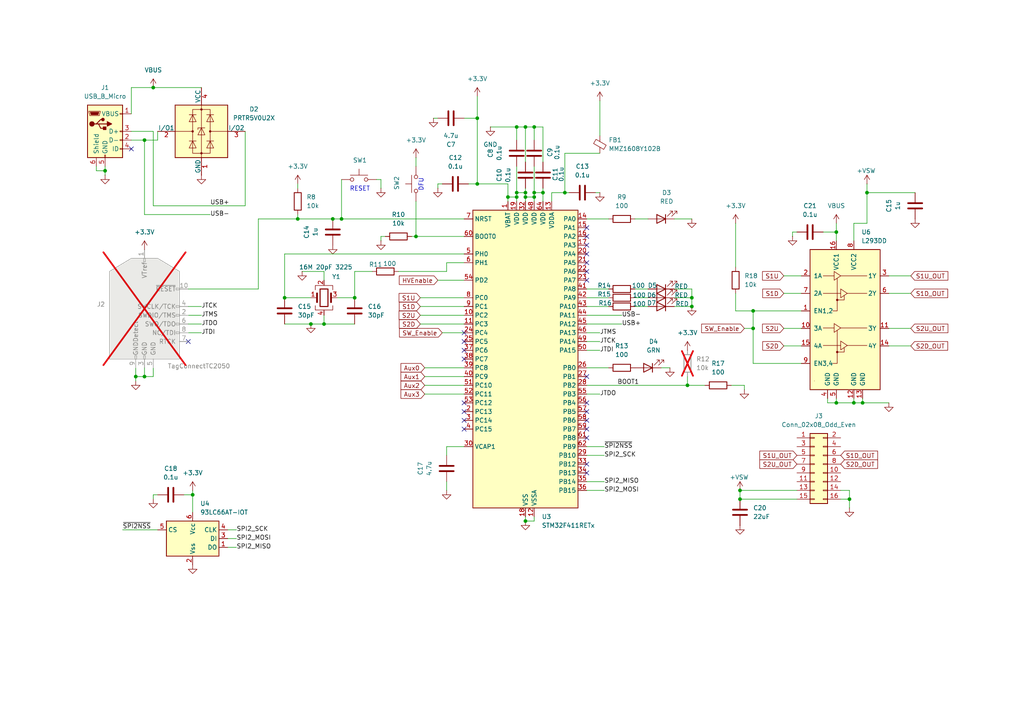
<source format=kicad_sch>
(kicad_sch (version 20231120) (generator "eeschema") (generator_version "8.0")
  (paper "A4")
  (junction (at 149.86 57.15))
  (junction (at 120.65 68.58))
  (junction (at 250.19 116.84))
  (junction (at 214.63 144.78))
  (junction (at 200.66 88.9))
  (junction (at 154.94 57.15))
  (junction (at 44.45 25.4))
  (junction (at 242.57 116.84))
  (junction (at 149.86 36.83))
  (junction (at 41.91 40.64))
  (junction (at 90.17 93.98))
  (junction (at 218.44 90.17))
  (junction (at 55.88 143.51))
  (junction (at 102.87 86.36))
  (junction (at 138.43 53.34))
  (junction (at 157.48 55.88))
  (junction (at 138.43 34.29))
  (junction (at 200.66 86.36))
  (junction (at 246.38 144.78))
  (junction (at 39.37 109.22))
  (junction (at 82.55 86.36))
  (junction (at 147.32 57.15))
  (junction (at 242.57 67.31))
  (junction (at 163.83 55.88))
  (junction (at 86.36 63.5))
  (junction (at 154.94 36.83))
  (junction (at 199.39 111.76))
  (junction (at 99.06 63.5))
  (junction (at 154.94 55.88))
  (junction (at 30.48 49.53))
  (junction (at 96.52 63.5))
  (junction (at 41.91 109.22))
  (junction (at 93.98 93.98))
  (junction (at 152.4 151.13))
  (junction (at 214.63 142.24))
  (junction (at 152.4 55.88))
  (junction (at 218.44 95.25))
  (junction (at 247.65 116.84))
  (junction (at 149.86 55.88))
  (junction (at 251.46 55.88))
  (junction (at 152.4 57.15))
  (junction (at 152.4 36.83))
  (no_connect (at 170.18 78.74))
  (no_connect (at 170.18 68.58))
  (no_connect (at 134.62 96.52))
  (no_connect (at 170.18 81.28))
  (no_connect (at 170.18 66.04))
  (no_connect (at 170.18 121.92))
  (no_connect (at 38.1 43.18))
  (no_connect (at 134.62 121.92))
  (no_connect (at 170.18 71.12))
  (no_connect (at 134.62 124.46))
  (no_connect (at 170.18 109.22))
  (no_connect (at 134.62 99.06))
  (no_connect (at 170.18 127))
  (no_connect (at 170.18 134.62))
  (no_connect (at 54.61 99.06))
  (no_connect (at 170.18 137.16))
  (no_connect (at 170.18 73.66))
  (no_connect (at 170.18 119.38))
  (no_connect (at 170.18 116.84))
  (no_connect (at 134.62 119.38))
  (no_connect (at 134.62 101.6))
  (no_connect (at 134.62 104.14))
  (no_connect (at 134.62 116.84))
  (no_connect (at 170.18 124.46))
  (no_connect (at 170.18 76.2))
  (wire (pts (xy 107.95 78.74) (xy 102.87 78.74)))
  (wire (pts (xy 231.14 142.24) (xy 214.63 142.24)))
  (wire (pts (xy 170.18 132.08) (xy 175.26 132.08)))
  (wire (pts (xy 149.86 40.64) (xy 149.86 36.83)))
  (wire (pts (xy 246.38 142.24) (xy 246.38 144.78)))
  (wire (pts (xy 157.48 55.88) (xy 157.48 58.42)))
  (wire (pts (xy 110.49 52.07) (xy 109.22 52.07)))
  (wire (pts (xy 127 54.61) (xy 127 53.34)))
  (wire (pts (xy 243.84 144.78) (xy 246.38 144.78)))
  (wire (pts (xy 213.36 90.17) (xy 218.44 90.17)))
  (wire (pts (xy 242.57 69.85) (xy 242.57 67.31)))
  (wire (pts (xy 41.91 62.23) (xy 60.96 62.23)))
  (wire (pts (xy 170.18 106.68) (xy 176.53 106.68)))
  (wire (pts (xy 120.65 58.42) (xy 120.65 68.58)))
  (wire (pts (xy 147.32 58.42) (xy 147.32 57.15)))
  (wire (pts (xy 152.4 57.15) (xy 154.94 57.15)))
  (wire (pts (xy 199.39 111.76) (xy 199.39 109.22)))
  (wire (pts (xy 38.1 25.4) (xy 44.45 25.4)))
  (wire (pts (xy 251.46 55.88) (xy 265.43 55.88)))
  (wire (pts (xy 176.53 88.9) (xy 170.18 88.9)))
  (wire (pts (xy 30.48 49.53) (xy 30.48 48.26)))
  (wire (pts (xy 86.36 63.5) (xy 96.52 63.5)))
  (wire (pts (xy 44.45 109.22) (xy 41.91 109.22)))
  (wire (pts (xy 39.37 110.49) (xy 39.37 109.22)))
  (wire (pts (xy 176.53 83.82) (xy 170.18 83.82)))
  (wire (pts (xy 149.86 57.15) (xy 149.86 58.42)))
  (wire (pts (xy 127 53.34) (xy 128.27 53.34)))
  (wire (pts (xy 129.54 142.24) (xy 129.54 139.7)))
  (wire (pts (xy 184.15 63.5) (xy 187.96 63.5)))
  (wire (pts (xy 41.91 106.68) (xy 41.91 109.22)))
  (wire (pts (xy 134.62 73.66) (xy 82.55 73.66)))
  (wire (pts (xy 242.57 115.57) (xy 242.57 116.84)))
  (wire (pts (xy 173.99 96.52) (xy 170.18 96.52)))
  (wire (pts (xy 195.58 86.36) (xy 200.66 86.36)))
  (wire (pts (xy 250.19 115.57) (xy 250.19 116.84)))
  (wire (pts (xy 90.17 93.98) (xy 82.55 93.98)))
  (wire (pts (xy 93.98 93.98) (xy 102.87 93.98)))
  (wire (pts (xy 264.16 95.25) (xy 257.81 95.25)))
  (wire (pts (xy 240.03 116.84) (xy 242.57 116.84)))
  (wire (pts (xy 66.04 153.67) (xy 68.58 153.67)))
  (wire (pts (xy 121.92 93.98) (xy 134.62 93.98)))
  (wire (pts (xy 149.86 55.88) (xy 149.86 57.15)))
  (wire (pts (xy 152.4 57.15) (xy 152.4 58.42)))
  (wire (pts (xy 247.65 64.77) (xy 247.65 69.85)))
  (wire (pts (xy 74.93 63.5) (xy 86.36 63.5)))
  (wire (pts (xy 99.06 52.07) (xy 99.06 63.5)))
  (wire (pts (xy 170.18 111.76) (xy 199.39 111.76)))
  (wire (pts (xy 251.46 64.77) (xy 251.46 55.88)))
  (wire (pts (xy 82.55 86.36) (xy 90.17 86.36)))
  (wire (pts (xy 154.94 57.15) (xy 154.94 58.42)))
  (wire (pts (xy 102.87 78.74) (xy 102.87 86.36)))
  (wire (pts (xy 154.94 151.13) (xy 152.4 151.13)))
  (wire (pts (xy 121.92 86.36) (xy 134.62 86.36)))
  (wire (pts (xy 154.94 55.88) (xy 157.48 55.88)))
  (wire (pts (xy 41.91 109.22) (xy 39.37 109.22)))
  (wire (pts (xy 41.91 40.64) (xy 41.91 62.23)))
  (wire (pts (xy 147.32 53.34) (xy 138.43 53.34)))
  (wire (pts (xy 154.94 48.26) (xy 154.94 55.88)))
  (wire (pts (xy 152.4 36.83) (xy 149.86 36.83)))
  (wire (pts (xy 120.65 68.58) (xy 134.62 68.58)))
  (wire (pts (xy 173.99 99.06) (xy 170.18 99.06)))
  (wire (pts (xy 251.46 55.88) (xy 251.46 53.34)))
  (wire (pts (xy 96.52 63.5) (xy 99.06 63.5)))
  (wire (pts (xy 99.06 63.5) (xy 134.62 63.5)))
  (wire (pts (xy 163.83 44.45) (xy 163.83 55.88)))
  (wire (pts (xy 123.19 111.76) (xy 134.62 111.76)))
  (wire (pts (xy 154.94 55.88) (xy 154.94 57.15)))
  (wire (pts (xy 199.39 111.76) (xy 204.47 111.76)))
  (wire (pts (xy 147.32 57.15) (xy 149.86 57.15)))
  (wire (pts (xy 119.38 68.58) (xy 120.65 68.58)))
  (wire (pts (xy 246.38 144.78) (xy 246.38 147.32)))
  (wire (pts (xy 214.63 142.24) (xy 214.63 144.78)))
  (wire (pts (xy 173.99 114.3) (xy 170.18 114.3)))
  (wire (pts (xy 82.55 73.66) (xy 82.55 86.36)))
  (wire (pts (xy 74.93 83.82) (xy 74.93 63.5)))
  (wire (pts (xy 110.49 68.58) (xy 111.76 68.58)))
  (wire (pts (xy 128.27 96.52) (xy 134.62 96.52)))
  (wire (pts (xy 172.72 55.88) (xy 173.99 55.88)))
  (wire (pts (xy 44.45 38.1) (xy 38.1 38.1)))
  (wire (pts (xy 152.4 54.61) (xy 152.4 55.88)))
  (wire (pts (xy 129.54 129.54) (xy 134.62 129.54)))
  (wire (pts (xy 154.94 40.64) (xy 154.94 36.83)))
  (wire (pts (xy 138.43 27.94) (xy 138.43 34.29)))
  (wire (pts (xy 66.04 158.75) (xy 68.58 158.75)))
  (wire (pts (xy 170.18 63.5) (xy 176.53 63.5)))
  (wire (pts (xy 58.42 96.52) (xy 54.61 96.52)))
  (wire (pts (xy 129.54 78.74) (xy 129.54 76.2)))
  (wire (pts (xy 213.36 77.47) (xy 213.36 64.77)))
  (wire (pts (xy 38.1 33.02) (xy 38.1 25.4)))
  (wire (pts (xy 93.98 78.74) (xy 87.63 78.74)))
  (wire (pts (xy 93.98 91.44) (xy 93.98 93.98)))
  (wire (pts (xy 247.65 64.77) (xy 251.46 64.77)))
  (wire (pts (xy 138.43 34.29) (xy 138.43 53.34)))
  (wire (pts (xy 243.84 142.24) (xy 246.38 142.24)))
  (wire (pts (xy 215.9 113.03) (xy 215.9 111.76)))
  (wire (pts (xy 44.45 59.69) (xy 44.45 38.1)))
  (wire (pts (xy 58.42 88.9) (xy 54.61 88.9)))
  (wire (pts (xy 129.54 132.08) (xy 129.54 129.54)))
  (wire (pts (xy 152.4 149.86) (xy 152.4 151.13)))
  (wire (pts (xy 264.16 85.09) (xy 257.81 85.09)))
  (wire (pts (xy 45.72 40.64) (xy 45.72 38.1)))
  (wire (pts (xy 66.04 156.21) (xy 68.58 156.21)))
  (wire (pts (xy 200.66 83.82) (xy 200.66 86.36)))
  (wire (pts (xy 157.48 46.99) (xy 157.48 36.83)))
  (wire (pts (xy 97.79 86.36) (xy 102.87 86.36)))
  (wire (pts (xy 86.36 62.23) (xy 86.36 63.5)))
  (wire (pts (xy 44.45 106.68) (xy 44.45 109.22)))
  (wire (pts (xy 184.15 86.36) (xy 187.96 86.36)))
  (wire (pts (xy 200.66 86.36) (xy 200.66 88.9)))
  (wire (pts (xy 86.36 53.34) (xy 86.36 54.61)))
  (wire (pts (xy 142.24 36.83) (xy 149.86 36.83)))
  (wire (pts (xy 154.94 36.83) (xy 157.48 36.83)))
  (wire (pts (xy 184.15 88.9) (xy 187.96 88.9)))
  (wire (pts (xy 195.58 88.9) (xy 200.66 88.9)))
  (wire (pts (xy 160.02 55.88) (xy 160.02 58.42)))
  (wire (pts (xy 152.4 55.88) (xy 152.4 57.15)))
  (wire (pts (xy 173.99 29.21) (xy 173.99 39.37)))
  (wire (pts (xy 250.19 116.84) (xy 257.81 116.84)))
  (wire (pts (xy 170.18 142.24) (xy 175.26 142.24)))
  (wire (pts (xy 149.86 55.88) (xy 152.4 55.88)))
  (wire (pts (xy 41.91 40.64) (xy 45.72 40.64)))
  (wire (pts (xy 121.92 88.9) (xy 134.62 88.9)))
  (wire (pts (xy 53.34 143.51) (xy 55.88 143.51)))
  (wire (pts (xy 218.44 90.17) (xy 232.41 90.17)))
  (wire (pts (xy 30.48 50.8) (xy 30.48 49.53)))
  (wire (pts (xy 165.1 55.88) (xy 163.83 55.88)))
  (wire (pts (xy 218.44 95.25) (xy 218.44 90.17)))
  (wire (pts (xy 110.49 54.61) (xy 110.49 52.07)))
  (wire (pts (xy 229.87 67.31) (xy 231.14 67.31)))
  (wire (pts (xy 123.19 114.3) (xy 134.62 114.3)))
  (wire (pts (xy 44.45 144.78) (xy 44.45 143.51)))
  (wire (pts (xy 264.16 100.33) (xy 257.81 100.33)))
  (wire (pts (xy 39.37 109.22) (xy 39.37 106.68)))
  (wire (pts (xy 93.98 93.98) (xy 90.17 93.98)))
  (wire (pts (xy 154.94 149.86) (xy 154.94 151.13)))
  (wire (pts (xy 227.33 80.01) (xy 232.41 80.01)))
  (wire (pts (xy 227.33 85.09) (xy 232.41 85.09)))
  (wire (pts (xy 55.88 142.24) (xy 55.88 143.51)))
  (wire (pts (xy 170.18 129.54) (xy 175.26 129.54)))
  (wire (pts (xy 247.65 116.84) (xy 250.19 116.84)))
  (wire (pts (xy 54.61 83.82) (xy 74.93 83.82)))
  (wire (pts (xy 195.58 63.5) (xy 200.66 63.5)))
  (wire (pts (xy 115.57 78.74) (xy 129.54 78.74)))
  (wire (pts (xy 173.99 101.6) (xy 170.18 101.6)))
  (wire (pts (xy 213.36 85.09) (xy 213.36 90.17)))
  (wire (pts (xy 35.56 153.67) (xy 45.72 153.67)))
  (wire (pts (xy 138.43 53.34) (xy 135.89 53.34)))
  (wire (pts (xy 154.94 36.83) (xy 152.4 36.83)))
  (wire (pts (xy 170.18 91.44) (xy 180.34 91.44)))
  (wire (pts (xy 238.76 67.31) (xy 242.57 67.31)))
  (wire (pts (xy 240.03 115.57) (xy 240.03 116.84)))
  (wire (pts (xy 191.77 106.68) (xy 194.31 106.68)))
  (wire (pts (xy 110.49 69.85) (xy 110.49 68.58)))
  (wire (pts (xy 134.62 34.29) (xy 138.43 34.29)))
  (wire (pts (xy 227.33 95.25) (xy 232.41 95.25)))
  (wire (pts (xy 232.41 105.41) (xy 218.44 105.41)))
  (wire (pts (xy 93.98 81.28) (xy 93.98 78.74)))
  (wire (pts (xy 176.53 86.36) (xy 170.18 86.36)))
  (wire (pts (xy 71.12 38.1) (xy 71.12 59.69)))
  (wire (pts (xy 170.18 93.98) (xy 180.34 93.98)))
  (wire (pts (xy 242.57 67.31) (xy 242.57 64.77)))
  (wire (pts (xy 231.14 144.78) (xy 214.63 144.78)))
  (wire (pts (xy 58.42 91.44) (xy 54.61 91.44)))
  (wire (pts (xy 227.33 100.33) (xy 232.41 100.33)))
  (wire (pts (xy 127 81.28) (xy 134.62 81.28)))
  (wire (pts (xy 55.88 143.51) (xy 55.88 148.59)))
  (wire (pts (xy 215.9 111.76) (xy 212.09 111.76)))
  (wire (pts (xy 195.58 83.82) (xy 200.66 83.82)))
  (wire (pts (xy 149.86 48.26) (xy 149.86 55.88)))
  (wire (pts (xy 247.65 115.57) (xy 247.65 116.84)))
  (wire (pts (xy 152.4 36.83) (xy 152.4 46.99)))
  (wire (pts (xy 27.94 49.53) (xy 27.94 48.26)))
  (wire (pts (xy 157.48 54.61) (xy 157.48 55.88)))
  (wire (pts (xy 44.45 143.51) (xy 45.72 143.51)))
  (wire (pts (xy 264.16 80.01) (xy 257.81 80.01)))
  (wire (pts (xy 215.9 95.25) (xy 218.44 95.25)))
  (wire (pts (xy 121.92 91.44) (xy 134.62 91.44)))
  (wire (pts (xy 127 34.29) (xy 125.73 34.29)))
  (wire (pts (xy 129.54 76.2) (xy 134.62 76.2)))
  (wire (pts (xy 242.57 116.84) (xy 247.65 116.84)))
  (wire (pts (xy 147.32 57.15) (xy 147.32 53.34)))
  (wire (pts (xy 173.99 44.45) (xy 163.83 44.45)))
  (wire (pts (xy 30.48 49.53) (xy 27.94 49.53)))
  (wire (pts (xy 123.19 109.22) (xy 134.62 109.22)))
  (wire (pts (xy 123.19 106.68) (xy 134.62 106.68)))
  (wire (pts (xy 44.45 25.4) (xy 58.42 25.4)))
  (wire (pts (xy 38.1 40.64) (xy 41.91 40.64)))
  (wire (pts (xy 229.87 68.58) (xy 229.87 67.31)))
  (wire (pts (xy 44.45 59.69) (xy 71.12 59.69)))
  (wire (pts (xy 163.83 55.88) (xy 160.02 55.88)))
  (wire (pts (xy 184.15 83.82) (xy 187.96 83.82)))
  (wire (pts (xy 58.42 93.98) (xy 54.61 93.98)))
  (wire (pts (xy 170.18 139.7) (xy 175.26 139.7)))
  (wire (pts (xy 120.65 45.72) (xy 120.65 48.26)))
  (wire (pts (xy 218.44 105.41) (xy 218.44 95.25)))
  (text "RESET" (at 104.394 54.864 0) (effects (font (size 1.27 1.27))))
  (text "DFU" (at 122.174 53.594 90) (effects (font (size 1.27 1.27))))
  (label "SPI2_MOSI" (at 68.58 156.21 0))
  (label "JTMS" (at 58.42 91.44 0))
  (label "SPI2_MISO" (at 68.58 158.75 0))
  (label "~{SPI2NSS}" (at 175.26 129.54 0))
  (label "USB+" (at 180.34 93.98 0))
  (label "JTCK" (at 173.99 99.06 0))
  (label "JTCK" (at 58.42 88.9 0))
  (label "SPI2_SCK" (at 175.26 132.08 0))
  (label "JTDO" (at 173.99 114.3 0))
  (label "JTDI" (at 173.99 101.6 0))
  (label "BOOT1" (at 179.07 111.76 0))
  (label "USB-" (at 180.34 91.44 0))
  (label "JTDO" (at 58.42 93.98 0))
  (label "SPI2_MISO" (at 175.26 139.7 0))
  (label "SPI2_SCK" (at 68.58 153.67 0))
  (label "JTDI" (at 58.42 96.52 0))
  (label "JTMS" (at 173.99 96.52 0))
  (label "SPI2_MOSI" (at 175.26 142.24 0))
  (label "USB-" (at 60.96 62.23 0))
  (label "USB+" (at 60.96 59.69 0))
  (label "~{SPI2NSS}" (at 35.56 153.67 0))
  (global_label "Aux2" (shape input) (at 123.19 111.76 180) (property "Intersheetrefs" "${INTERSHEET_REFS}" (effects (hide yes))))
  (global_label "Aux0" (shape input) (at 123.19 106.68 180) (property "Intersheetrefs" "${INTERSHEET_REFS}" (effects (hide yes))))
  (global_label "S2D" (shape input) (at 121.92 93.98 180) (property "Intersheetrefs" "${INTERSHEET_REFS}" (effects (hide yes))))
  (global_label "S1D_OUT" (shape input) (at 243.84 132.08 0) (property "Intersheetrefs" "${INTERSHEET_REFS}" (effects (hide yes))))
  (global_label "S2D" (shape input) (at 227.33 100.33 180) (property "Intersheetrefs" "${INTERSHEET_REFS}" (effects (hide yes))))
  (global_label "S2U_OUT" (shape input) (at 264.16 95.25 0) (property "Intersheetrefs" "${INTERSHEET_REFS}" (effects (hide yes))))
  (global_label "S1D_OUT" (shape input) (at 264.16 85.09 0) (property "Intersheetrefs" "${INTERSHEET_REFS}" (effects (hide yes))))
  (global_label "S1D" (shape input) (at 227.33 85.09 180) (property "Intersheetrefs" "${INTERSHEET_REFS}" (effects (hide yes))))
  (global_label "SW_Enable" (shape input) (at 215.9 95.25 180) (property "Intersheetrefs" "${INTERSHEET_REFS}" (effects (hide yes))))
  (global_label "S2U" (shape input) (at 227.33 95.25 180) (property "Intersheetrefs" "${INTERSHEET_REFS}" (effects (hide yes))))
  (global_label "Aux3" (shape input) (at 123.19 114.3 180) (property "Intersheetrefs" "${INTERSHEET_REFS}" (effects (hide yes))))
  (global_label "S2U" (shape input) (at 121.92 91.44 180) (property "Intersheetrefs" "${INTERSHEET_REFS}" (effects (hide yes))))
  (global_label "HVEnable" (shape input) (at 127 81.28 180) (property "Intersheetrefs" "${INTERSHEET_REFS}" (effects (hide yes))))
  (global_label "S2D_OUT" (shape input) (at 264.16 100.33 0) (property "Intersheetrefs" "${INTERSHEET_REFS}" (effects (hide yes))))
  (global_label "SW_Enable" (shape input) (at 128.27 96.52 180) (property "Intersheetrefs" "${INTERSHEET_REFS}" (effects (hide yes))))
  (global_label "S2D_OUT" (shape input) (at 243.84 134.62 0) (property "Intersheetrefs" "${INTERSHEET_REFS}" (effects (hide yes))))
  (global_label "S2U_OUT" (shape input) (at 231.14 134.62 180) (property "Intersheetrefs" "${INTERSHEET_REFS}" (effects (hide yes))))
  (global_label "Aux1" (shape input) (at 123.19 109.22 180) (property "Intersheetrefs" "${INTERSHEET_REFS}" (effects (hide yes))))
  (global_label "S1U_OUT" (shape input) (at 264.16 80.01 0) (property "Intersheetrefs" "${INTERSHEET_REFS}" (effects (hide yes))))
  (global_label "S1U" (shape input) (at 227.33 80.01 180) (property "Intersheetrefs" "${INTERSHEET_REFS}" (effects (hide yes))))
  (global_label "S1D" (shape input) (at 121.92 88.9 180) (property "Intersheetrefs" "${INTERSHEET_REFS}" (effects (hide yes))))
  (global_label "S1U" (shape input) (at 121.92 86.36 180) (property "Intersheetrefs" "${INTERSHEET_REFS}" (effects (hide yes))))
  (global_label "S1U_OUT" (shape input) (at 231.14 132.08 180) (property "Intersheetrefs" "${INTERSHEET_REFS}" (effects (hide yes))))
  (symbol (lib_id "Device:R") (at 180.34 106.68 90) (unit 1)
    (property "Reference" "R13" (at 180.34 100.33 90))
    (property "Value" "100" (at 180.34 102.87 90))
    (property "Footprint" "Resistor_SMD:R_0402_1005Metric_Pad0.72x0.64mm_HandSolder" (effects (hide yes)))
    (property "Description" "Resistor" (effects (hide yes)))
    (property "LCSC" "C25076" (effects (hide yes)))
    (instances (project "USB_8769M" (path "" (reference "R13") (unit 1))) (project "USB_SPDTK" (path "" (reference "R16") (unit 1))))
  )
  (symbol (lib_id "power:GND") (at 90.17 93.98 0) (unit 1)
    (property "Reference" "#PWR030" (effects (hide yes)))
    (property "Value" "GND" (effects (hide yes)))
    (property "Description" "Power symbol creates a global label with name \"GND\" , ground" (effects (hide yes)))
    (instances (project "USB_8769M" (path "" (reference "#PWR030") (unit 1))) (project "USB_SPDTK" (path "" (reference "#PWR035") (unit 1))))
  )
  (symbol (lib_id "Device:C") (at 132.08 53.34 90) (unit 1)
    (property "Reference" "C12" (at 132.08 45.72 90))
    (property "Value" "0.1u" (at 132.08 48.26 90))
    (property "Footprint" "Capacitor_SMD:C_0402_1005Metric_Pad0.74x0.62mm_HandSolder" (effects (hide yes)))
    (property "Description" "Unpolarized capacitor" (effects (hide yes)))
    (property "LCSC" "C5142567" (effects (hide yes)))
  )
  (symbol (lib_id "Device:C") (at 149.86 44.45 180) (unit 1)
    (property "Reference" "C8" (at 142.24 44.45 90))
    (property "Value" "0.1u" (at 144.78 44.45 90))
    (property "Footprint" "Capacitor_SMD:C_0402_1005Metric_Pad0.74x0.62mm_HandSolder" (effects (hide yes)))
    (property "Description" "Unpolarized capacitor" (effects (hide yes)))
    (property "LCSC" "C5142567" (effects (hide yes)))
  )
  (symbol (lib_id "Device:R") (at 180.34 86.36 90) (unit 1)
    (property "Reference" "R15" (at 175.26 85.344 90))
    (property "Value" "100" (at 185.42 85.598 90))
    (property "Footprint" "Resistor_SMD:R_0402_1005Metric_Pad0.72x0.64mm_HandSolder" (effects (hide yes)))
    (property "Description" "Resistor" (effects (hide yes)))
    (property "LCSC" "C25076" (effects (hide yes)))
    (instances (project "USB_8769M" (path "" (reference "R15") (unit 1))) (project "USB_SPDTK" (path "" (reference "R13") (unit 1))))
  )
  (symbol (lib_id "Device:R") (at 86.36 58.42 0) (unit 1)
    (property "Reference" "R8" (at 88.9 57.1499 0) (effects (justify left)))
    (property "Value" "10k" (at 88.9 59.6899 0) (effects (justify left)))
    (property "Footprint" "Resistor_SMD:R_0402_1005Metric_Pad0.72x0.64mm_HandSolder" (effects (hide yes)))
    (property "Description" "Resistor" (effects (hide yes)))
    (property "LCSC" "C25744" (effects (hide yes)))
  )
  (symbol (lib_id "power:+3.3V") (at 199.39 101.6 0) (unit 1)
    (property "Reference" "#PWR031" (effects (hide yes)))
    (property "Value" "+3.3V" (at 199.39 96.52 0))
    (property "Description" "Power symbol creates a global label with name \"+3.3V\"" (effects (hide yes)))
    (instances (project "USB_8769M" (path "" (reference "#PWR031") (unit 1))) (project "USB_SPDTK" (path "" (reference "#PWR036") (unit 1))))
  )
  (symbol (lib_id "Switch:SW_Push") (at 120.65 53.34 90) (unit 1)
    (property "Reference" "SW2" (at 115.062 53.086 0))
    (property "Value" "SW_Push" (effects (hide yes)))
    (property "Footprint" "Button_Switch_SMD:SW_Tactile_SPST_NO_Straight_CK_PTS636Sx25SMTRLFS" (effects (hide yes)))
    (property "Description" "Push button switch, generic, two pins" (effects (hide yes)))
    (property "LCSC" "C118141" (effects (hide yes)))
  )
  (symbol (lib_id "Device:C") (at 157.48 50.8 180) (unit 1)
    (property "Reference" "C11" (at 161.036 50.546 90))
    (property "Value" "0.1u" (at 162.814 50.546 90))
    (property "Footprint" "Capacitor_SMD:C_0402_1005Metric_Pad0.74x0.62mm_HandSolder" (effects (hide yes)))
    (property "Description" "Unpolarized capacitor" (effects (hide yes)))
    (property "LCSC" "C5142567" (effects (hide yes)))
  )
  (symbol (lib_id "Connector:USB_B_Micro") (at 30.48 38.1 0) (unit 1)
    (property "Reference" "J1" (at 30.48 25.4 0))
    (property "Value" "USB_B_Micro" (at 30.48 27.94 0))
    (property "Footprint" "Connector_USB:USB_Micro-B_Amphenol_10118193-0001LF_Horizontal" (effects (hide yes)))
    (property "Description" "USB Micro Type B connector" (effects (hide yes)))
    (property "LCSC" "C132562" (effects (hide yes)))
  )
  (symbol (lib_id "power:GND") (at 129.54 142.24 0) (unit 1)
    (property "Reference" "#PWR035" (effects (hide yes)))
    (property "Value" "GND" (effects (hide yes)))
    (property "Description" "Power symbol creates a global label with name \"GND\" , ground" (effects (hide yes)))
    (instances (project "USB_8769M" (path "" (reference "#PWR035") (unit 1))) (project "USB_SPDTK" (path "" (reference "#PWR041") (unit 1))))
  )
  (symbol (lib_id "power:GND") (at 194.31 106.68 0) (unit 1)
    (property "Reference" "#PWR032" (effects (hide yes)))
    (property "Value" "GND" (effects (hide yes)))
    (property "Description" "Power symbol creates a global label with name \"GND\" , ground" (effects (hide yes)))
    (instances (project "USB_8769M" (path "" (reference "#PWR032") (unit 1))) (project "USB_SPDTK" (path "" (reference "#PWR037") (unit 1))))
  )
  (symbol (lib_id "power:GND") (at 58.42 50.8 0) (unit 1)
    (property "Reference" "#PWR019" (effects (hide yes)))
    (property "Value" "GND" (effects (hide yes)))
    (property "Description" "Power symbol creates a global label with name \"GND\" , ground" (effects (hide yes)))
    (instances (project "USB_8769M" (path "" (reference "#PWR019") (unit 1))) (project "USB_SPDTK" (path "" (reference "#PWR022") (unit 1))))
  )
  (symbol (lib_id "Device:R") (at 180.34 63.5 90) (unit 1)
    (property "Reference" "R9" (at 180.34 57.15 90))
    (property "Value" "100" (at 180.34 59.69 90))
    (property "Footprint" "Resistor_SMD:R_0402_1005Metric_Pad0.72x0.64mm_HandSolder" (effects (hide yes)))
    (property "Description" "Resistor" (effects (hide yes)))
    (property "LCSC" "C25076" (effects (hide yes)))
  )
  (symbol (lib_id "Device:C") (at 129.54 135.89 180) (unit 1)
    (property "Reference" "C17" (at 121.92 135.89 90))
    (property "Value" "4.7u" (at 124.46 135.89 90))
    (property "Footprint" "Capacitor_SMD:C_0402_1005Metric_Pad0.74x0.62mm_HandSolder" (effects (hide yes)))
    (property "Description" "Unpolarized capacitor" (effects (hide yes)))
    (property "LCSC" "C106859" (effects (hide yes)))
    (instances (project "USB_8769M" (path "" (reference "C17") (unit 1))) (project "USB_SPDTK" (path "" (reference "C18") (unit 1))))
  )
  (symbol (lib_id "power:+3.3V") (at 213.36 64.77 0) (unit 1)
    (property "Reference" "#PWR050" (effects (hide yes)))
    (property "Value" "+3.3V" (at 213.36 59.69 0))
    (property "Description" "Power symbol creates a global label with name \"+3.3V\"" (effects (hide yes)))
  )
  (symbol (lib_id "power:GND") (at 30.48 50.8 0) (unit 1)
    (property "Reference" "#PWR018" (effects (hide yes)))
    (property "Value" "GND" (effects (hide yes)))
    (property "Description" "Power symbol creates a global label with name \"GND\" , ground" (effects (hide yes)))
    (instances (project "USB_8769M" (path "" (reference "#PWR018") (unit 1))) (project "USB_SPDTK" (path "" (reference "#PWR021") (unit 1))))
  )
  (symbol (lib_id "power:VBUS") (at 242.57 64.77 0) (unit 1)
    (property "Reference" "#PWR051" (effects (hide yes)))
    (property "Value" "VBUS" (at 242.57 59.69 0))
    (property "Description" "Power symbol creates a global label with name \"VBUS\"" (effects (hide yes)))
  )
  (symbol (lib_id "power:GND") (at 200.66 88.9 0) (unit 1)
    (property "Reference" "#PWR051" (effects (hide yes)))
    (property "Value" "GND" (effects (hide yes)))
    (property "Description" "Power symbol creates a global label with name \"GND\" , ground" (effects (hide yes)))
    (instances (project "USB_8769M" (path "" (reference "#PWR051") (unit 1))) (project "USB_SPDTK" (path "" (reference "#PWR034") (unit 1))))
  )
  (symbol (lib_id "power:+3.3V") (at 173.99 29.21 0) (unit 1)
    (property "Reference" "#PWR016" (effects (hide yes)))
    (property "Value" "+3.3V" (at 173.99 24.13 0))
    (property "Description" "Power symbol creates a global label with name \"+3.3V\"" (effects (hide yes)))
    (instances (project "USB_8769M" (path "" (reference "#PWR016") (unit 1))) (project "USB_SPDTK" (path "" (reference "#PWR017") (unit 1))))
  )
  (symbol (lib_id "power:GND") (at 127 54.61 0) (unit 1)
    (property "Reference" "#PWR022" (effects (hide yes)))
    (property "Value" "GND" (effects (hide yes)))
    (property "Description" "Power symbol creates a global label with name \"GND\" , ground" (effects (hide yes)))
    (instances (project "USB_8769M" (path "" (reference "#PWR022") (unit 1))) (project "USB_SPDTK" (path "" (reference "#PWR025") (unit 1))))
  )
  (symbol (lib_id "power:+3.3V") (at 41.91 72.39 0) (unit 1)
    (property "Reference" "#PWR028" (effects (hide yes)))
    (property "Value" "+3.3V" (at 41.91 67.31 0))
    (property "Description" "Power symbol creates a global label with name \"+3.3V\"" (effects (hide yes)))
    (instances (project "USB_8769M" (path "" (reference "#PWR028") (unit 1))) (project "USB_SPDTK" (path "" (reference "#PWR030") (unit 1))))
  )
  (symbol (lib_id "power:GND") (at 200.66 63.5 0) (unit 1)
    (property "Reference" "#PWR025" (effects (hide yes)))
    (property "Value" "GND" (effects (hide yes)))
    (property "Description" "Power symbol creates a global label with name \"GND\" , ground" (effects (hide yes)))
    (instances (project "USB_8769M" (path "" (reference "#PWR025") (unit 1))) (project "USB_SPDTK" (path "" (reference "#PWR027") (unit 1))))
  )
  (symbol (lib_id "power:+3.3V") (at 55.88 142.24 0) (unit 1)
    (property "Reference" "#PWR034" (effects (hide yes)))
    (property "Value" "+3.3V" (at 55.88 137.16 0))
    (property "Description" "Power symbol creates a global label with name \"+3.3V\"" (effects (hide yes)))
    (instances (project "USB_8769M" (path "" (reference "#PWR034") (unit 1))) (project "USB_SPDTK" (path "" (reference "#PWR040") (unit 1))))
  )
  (symbol (lib_id "power:GND") (at 96.52 71.12 0) (unit 1)
    (property "Reference" "#PWR027" (effects (hide yes)))
    (property "Value" "GND" (effects (hide yes)))
    (property "Description" "Power symbol creates a global label with name \"GND\" , ground" (effects (hide yes)))
    (instances (project "USB_8769M" (path "" (reference "#PWR027") (unit 1))) (project "USB_SPDTK" (path "" (reference "#PWR029") (unit 1))))
  )
  (symbol (lib_id "Device:C") (at 96.52 67.31 180) (unit 1)
    (property "Reference" "C14" (at 88.9 67.31 90))
    (property "Value" "1u" (at 91.44 67.31 90))
    (property "Footprint" "Capacitor_SMD:C_0603_1608Metric_Pad1.08x0.95mm_HandSolder" (effects (hide yes)))
    (property "Description" "Unpolarized capacitor" (effects (hide yes)))
    (property "LCSC" "C15849" (effects (hide yes)))
  )
  (symbol (lib_id "power:GND") (at 257.81 116.84 0) (unit 1)
    (property "Reference" "#PWR049" (effects (hide yes)))
    (property "Value" "GND" (effects (hide yes)))
    (property "Description" "Power symbol creates a global label with name \"GND\" , ground" (effects (hide yes)))
  )
  (symbol (lib_id "Device:R") (at 180.34 83.82 90) (unit 1)
    (property "Reference" "R14" (at 175.26 82.804 90))
    (property "Value" "100" (at 185.166 82.804 90))
    (property "Footprint" "Resistor_SMD:R_0402_1005Metric_Pad0.72x0.64mm_HandSolder" (effects (hide yes)))
    (property "Description" "Resistor" (effects (hide yes)))
    (property "LCSC" "C25076" (effects (hide yes)))
    (instances (project "USB_8769M" (path "" (reference "R14") (unit 1))) (project "USB_SPDTK" (path "" (reference "R12") (unit 1))))
  )
  (symbol (lib_id "power:+VSW") (at 251.46 53.34 0) (unit 1)
    (property "Reference" "#PWR031" (effects (hide yes)))
    (property "Value" "+VSW" (at 251.206 49.53 0))
    (property "Description" "Power symbol creates a global label with name \"+VSW\"" (effects (hide yes)))
  )
  (symbol (lib_id "power:GND") (at 110.49 54.61 0) (unit 1)
    (property "Reference" "#PWR021" (effects (hide yes)))
    (property "Value" "GND" (effects (hide yes)))
    (property "Description" "Power symbol creates a global label with name \"GND\" , ground" (effects (hide yes)))
    (instances (project "USB_8769M" (path "" (reference "#PWR021") (unit 1))) (project "USB_SPDTK" (path "" (reference "#PWR024") (unit 1))))
  )
  (symbol (lib_id "power:GND") (at 215.9 113.03 0) (unit 1)
    (property "Reference" "#PWR048" (effects (hide yes)))
    (property "Value" "GND" (effects (hide yes)))
    (property "Description" "Power symbol creates a global label with name \"GND\" , ground" (effects (hide yes)))
  )
  (symbol (lib_id "Device:LED") (at 191.77 86.36 180) (unit 1)
    (property "Reference" "D6" (at 188.976 85.598 0))
    (property "Value" "RED" (at 197.612 85.598 0))
    (property "Footprint" "LED_SMD:LED_0603_1608Metric_Pad1.05x0.95mm_HandSolder" (effects (hide yes)))
    (property "Description" "Light emitting diode" (effects (hide yes)))
    (property "LCSC" "C84263" (effects (hide yes)))
    (instances (project "USB_8769M" (path "" (reference "D6") (unit 1))) (project "USB_SPDTK" (path "" (reference "D5") (unit 1))))
  )
  (symbol (lib_id "Device:FerriteBead_Small") (at 173.99 41.91 0) (unit 1)
    (property "Reference" "FB1" (at 176.53 40.6018 0) (effects (justify left)))
    (property "Value" "MMZ1608Y102B" (at 176.53 43.1418 0) (effects (justify left)))
    (property "Footprint" "Capacitor_SMD:C_0603_1608Metric_Pad1.08x0.95mm_HandSolder" (effects (hide yes)))
    (property "Description" "Ferrite bead, small symbol" (effects (hide yes)))
    (property "LCSC" "C114771" (effects (hide yes)))
  )
  (symbol (lib_id "Device:LED") (at 187.96 106.68 180) (unit 1)
    (property "Reference" "D4" (at 189.5475 99.06 0))
    (property "Value" "GRN" (at 189.5475 101.6 0))
    (property "Footprint" "LED_SMD:LED_0603_1608Metric_Pad1.05x0.95mm_HandSolder" (effects (hide yes)))
    (property "Description" "Light emitting diode" (effects (hide yes)))
    (property "LCSC" "C434423" (effects (hide yes)))
    (instances (project "USB_8769M" (path "" (reference "D4") (unit 1))) (project "USB_SPDTK" (path "" (reference "D7") (unit 1))))
  )
  (symbol (lib_id "power:GND") (at 173.99 55.88 0) (unit 1)
    (property "Reference" "#PWR024" (effects (hide yes)))
    (property "Value" "GND" (effects (hide yes)))
    (property "Description" "Power symbol creates a global label with name \"GND\" , ground" (effects (hide yes)))
    (instances (project "USB_8769M" (path "" (reference "#PWR024") (unit 1))) (project "USB_SPDTK" (path "" (reference "#PWR026") (unit 1))))
  )
  (symbol (lib_id "power:GND") (at 142.24 36.83 0) (unit 1)
    (property "Reference" "#PWR014" (effects (hide yes)))
    (property "Value" "GND" (at 142.24 41.91 0))
    (property "Description" "Power symbol creates a global label with name \"GND\" , ground" (effects (hide yes)))
    (instances (project "USB_8769M" (path "" (reference "#PWR014") (unit 1))) (project "USB_SPDTK" (path "" (reference "#PWR019") (unit 1))))
  )
  (symbol (lib_id "Driver_Motor:L293D") (at 245.11 95.25 0) (unit 1)
    (property "Reference" "U6" (at 249.8441 67.31 0) (effects (justify left)))
    (property "Value" "L293DD" (at 249.8441 69.85 0) (effects (justify left)))
    (property "Footprint" "Package_SO:SO-20_12.8x7.5mm_P1.27mm" (effects (hide yes)))
    (property "Datasheet" "http://www.ti.com/lit/ds/symlink/l293.pdf" (effects (hide yes)))
    (property "Description" "Quadruple Half-H Drivers" (effects (hide yes)))
    (property "LCSC" "C21610" (effects (hide yes)))
  )
  (symbol (lib_id "Device:R") (at 115.57 68.58 90) (unit 1)
    (property "Reference" "R10" (at 115.57 62.23 90))
    (property "Value" "10k" (at 115.57 64.77 90))
    (property "Footprint" "Resistor_SMD:R_0402_1005Metric_Pad0.72x0.64mm_HandSolder" (effects (hide yes)))
    (property "Description" "Resistor" (effects (hide yes)))
    (property "LCSC" "C25744" (effects (hide yes)))
  )
  (symbol (lib_id "Device:R") (at 111.76 78.74 90) (unit 1)
    (property "Reference" "R11" (at 108.966 76.708 90))
    (property "Value" "100" (at 113.03 76.454 90))
    (property "Footprint" "Resistor_SMD:R_0402_1005Metric_Pad0.72x0.64mm_HandSolder" (effects (hide yes)))
    (property "Description" "Resistor" (effects (hide yes)))
    (property "LCSC" "C25076" (effects (hide yes)))
  )
  (symbol (lib_id "Device:C") (at 49.53 143.51 90) (unit 1)
    (property "Reference" "C18" (at 49.53 135.89 90))
    (property "Value" "0.1u" (at 49.53 138.43 90))
    (property "Footprint" "Capacitor_SMD:C_0402_1005Metric_Pad0.74x0.62mm_HandSolder" (effects (hide yes)))
    (property "Description" "Unpolarized capacitor" (effects (hide yes)))
    (property "LCSC" "C5142567" (effects (hide yes)))
    (instances (project "USB_8769M" (path "" (reference "C18") (unit 1))) (project "USB_SPDTK" (path "" (reference "C19") (unit 1))))
  )
  (symbol (lib_id "Device:LED") (at 191.77 83.82 180) (unit 1)
    (property "Reference" "D5" (at 189.23 82.804 0))
    (property "Value" "RED" (at 197.612 83.058 0))
    (property "Footprint" "LED_SMD:LED_0603_1608Metric_Pad1.05x0.95mm_HandSolder" (effects (hide yes)))
    (property "Description" "Light emitting diode" (effects (hide yes)))
    (property "LCSC" "C84263" (effects (hide yes)))
    (instances (project "USB_8769M" (path "" (reference "D5") (unit 1))) (project "USB_SPDTK" (path "" (reference "D4") (unit 1))))
  )
  (symbol (lib_id "Device:C") (at 154.94 44.45 0) (mirror y) (unit 1)
    (property "Reference" "C9" (at 159.512 44.196 90))
    (property "Value" "0.1u" (at 161.544 44.196 90))
    (property "Footprint" "Capacitor_SMD:C_0402_1005Metric_Pad0.74x0.62mm_HandSolder" (effects (hide yes)))
    (property "Description" "Unpolarized capacitor" (effects (hide yes)))
    (property "LCSC" "C5142567" (effects (hide yes)))
  )
  (symbol (lib_id "power:GND") (at 265.43 63.5 0) (unit 1)
    (property "Reference" "#PWR033" (effects (hide yes)))
    (property "Value" "GND" (effects (hide yes)))
    (property "Description" "Power symbol creates a global label with name \"GND\" , ground" (effects (hide yes)))
  )
  (symbol (lib_id "Device:LED") (at 191.77 88.9 180) (unit 1)
    (property "Reference" "D7" (at 188.976 87.884 0))
    (property "Value" "RED" (at 197.866 88.138 0))
    (property "Footprint" "LED_SMD:LED_0603_1608Metric_Pad1.05x0.95mm_HandSolder" (effects (hide yes)))
    (property "Description" "Light emitting diode" (effects (hide yes)))
    (property "LCSC" "C84263" (effects (hide yes)))
    (instances (project "USB_8769M" (path "" (reference "D7") (unit 1))) (project "USB_SPDTK" (path "" (reference "D6") (unit 1))))
  )
  (symbol (lib_id "power:+3.3V") (at 138.43 27.94 0) (unit 1)
    (property "Reference" "#PWR020" (effects (hide yes)))
    (property "Value" "+3.3V" (at 138.43 22.86 0))
    (property "Description" "Power symbol creates a global label with name \"+3.3V\"" (effects (hide yes)))
    (instances (project "USB_8769M" (path "" (reference "#PWR020") (unit 1))) (project "USB_SPDTK" (path "" (reference "#PWR016") (unit 1))))
  )
  (symbol (lib_id "power:+3.3V") (at 86.36 53.34 0) (unit 1)
    (property "Reference" "#PWR023" (effects (hide yes)))
    (property "Value" "+3.3V" (at 86.36 48.26 0))
    (property "Description" "Power symbol creates a global label with name \"+3.3V\"" (effects (hide yes)))
  )
  (symbol (lib_id "Memory_EEPROM:93AAxxAT-xOT") (at 55.88 156.21 0) (unit 1)
    (property "Reference" "U4" (at 58.0741 146.05 0) (effects (justify left)))
    (property "Value" "93LC66AT-IOT" (at 58.0741 148.59 0) (effects (justify left)))
    (property "Footprint" "Package_TO_SOT_SMD:SOT-23-6" (effects (hide yes)))
    (property "Datasheet" "http://ww1.microchip.com/downloads/en/DeviceDoc/20001749K.pdf" (effects (hide yes)))
    (property "Description" "Serial EEPROM, 93 Series, 8-bit word, 4kbit 1.8V, SOT-23-6" (effects (hide yes)))
    (property "LCSC" "C511344" (effects (hide yes)))
    (instances (project "USB_8769M" (path "" (reference "U4") (unit 1))) (project "USB_SPDTK" (path "" (reference "U5") (unit 1))))
  )
  (symbol (lib_id "Device:C") (at 168.91 55.88 90) (unit 1)
    (property "Reference" "C13" (at 168.91 48.26 90))
    (property "Value" "0.1u" (at 168.91 50.8 90))
    (property "Footprint" "Capacitor_SMD:C_0402_1005Metric_Pad0.74x0.62mm_HandSolder" (effects (hide yes)))
    (property "Description" "Unpolarized capacitor" (effects (hide yes)))
    (property "LCSC" "C5142567" (effects (hide yes)))
  )
  (symbol (lib_id "power:GND") (at 39.37 110.49 0) (unit 1)
    (property "Reference" "#PWR033" (effects (hide yes)))
    (property "Value" "GND" (effects (hide yes)))
    (property "Description" "Power symbol creates a global label with name \"GND\" , ground" (effects (hide yes)))
    (instances (project "USB_8769M" (path "" (reference "#PWR033") (unit 1))) (project "USB_SPDTK" (path "" (reference "#PWR038") (unit 1))))
  )
  (symbol (lib_id "power:GND") (at 214.63 152.4 0) (unit 1)
    (property "Reference" "#PWR046" (effects (hide yes)))
    (property "Value" "GND" (effects (hide yes)))
    (property "Description" "Power symbol creates a global label with name \"GND\" , ground" (effects (hide yes)))
  )
  (symbol (lib_id "power:+3.3V") (at 120.65 45.72 0) (unit 1)
    (property "Reference" "#PWR017" (effects (hide yes)))
    (property "Value" "+3.3V" (at 120.65 40.64 0))
    (property "Description" "Power symbol creates a global label with name \"+3.3V\"" (effects (hide yes)))
    (instances (project "USB_8769M" (path "" (reference "#PWR017") (unit 1))) (project "USB_SPDTK" (path "" (reference "#PWR020") (unit 1))))
  )
  (symbol (lib_id "power:VBUS") (at 44.45 25.4 0) (unit 1)
    (property "Reference" "#PWR013" (effects (hide yes)))
    (property "Value" "VBUS" (at 44.45 20.32 0))
    (property "Description" "Power symbol creates a global label with name \"VBUS\"" (effects (hide yes)))
    (instances (project "USB_8769M" (path "" (reference "#PWR013") (unit 1))) (project "USB_SPDTK" (path "" (reference "#PWR015") (unit 1))))
  )
  (symbol (lib_id "power:GND") (at 236.22 110.49 0) (unit 1)
    (property "Reference" "#PWR039" (effects (hide yes)))
    (property "Value" "GND" (effects (hide yes)))
    (property "Description" "Power symbol creates a global label with name \"GND\" , ground" (effects (hide yes)))
  )
  (symbol (lib_id "power:GND") (at 87.63 78.74 0) (unit 1)
    (property "Reference" "#PWR029" (effects (hide yes)))
    (property "Value" "GND" (effects (hide yes)))
    (property "Description" "Power symbol creates a global label with name \"GND\" , ground" (effects (hide yes)))
    (instances (project "USB_8769M" (path "" (reference "#PWR029") (unit 1))) (project "USB_SPDTK" (path "" (reference "#PWR032") (unit 1))))
  )
  (symbol (lib_id "Device:C") (at 102.87 90.17 0) (unit 1)
    (property "Reference" "C16" (at 106.68 88.8999 0) (effects (justify left)))
    (property "Value" "30pF" (at 106.68 91.4399 0) (effects (justify left)))
    (property "Footprint" "Capacitor_SMD:C_0402_1005Metric_Pad0.74x0.62mm_HandSolder" (effects (hide yes)))
    (property "Description" "Unpolarized capacitor" (effects (hide yes)))
    (property "LCSC" "C1658" (effects (hide yes)))
    (instances (project "USB_8769M" (path "" (reference "C16") (unit 1))) (project "USB_SPDTK" (path "" (reference "C17") (unit 1))))
  )
  (symbol (lib_id "power:GND") (at 152.4 151.13 0) (unit 1)
    (property "Reference" "#PWR037" (effects (hide yes)))
    (property "Value" "GND" (effects (hide yes)))
    (property "Description" "Power symbol creates a global label with name \"GND\" , ground" (effects (hide yes)))
    (instances (project "USB_8769M" (path "" (reference "#PWR037") (unit 1))) (project "USB_SPDTK" (path "" (reference "#PWR045") (unit 1))))
  )
  (symbol (lib_id "power:GND") (at 44.45 144.78 0) (unit 1)
    (property "Reference" "#PWR036" (effects (hide yes)))
    (property "Value" "GND" (effects (hide yes)))
    (property "Description" "Power symbol creates a global label with name \"GND\" , ground" (effects (hide yes)))
    (instances (project "USB_8769M" (path "" (reference "#PWR036") (unit 1))) (project "USB_SPDTK" (path "" (reference "#PWR043") (unit 1))))
  )
  (symbol (lib_id "Device:C") (at 130.81 34.29 270) (unit 1)
    (property "Reference" "C7" (at 130.81 41.91 90))
    (property "Value" "4.7u" (at 130.81 39.37 90))
    (property "Footprint" "Capacitor_SMD:C_0402_1005Metric_Pad0.74x0.62mm_HandSolder" (effects (hide yes)))
    (property "Description" "Unpolarized capacitor" (effects (hide yes)))
    (property "LCSC" "C106859" (effects (hide yes)))
  )
  (symbol (lib_id "power:GND") (at 110.49 69.85 0) (unit 1)
    (property "Reference" "#PWR026" (effects (hide yes)))
    (property "Value" "GND" (effects (hide yes)))
    (property "Description" "Power symbol creates a global label with name \"GND\" , ground" (effects (hide yes)))
    (instances (project "USB_8769M" (path "" (reference "#PWR026") (unit 1))) (project "USB_SPDTK" (path "" (reference "#PWR028") (unit 1))))
  )
  (symbol (lib_id "power:GND") (at 125.73 34.29 0) (unit 1)
    (property "Reference" "#PWR015" (effects (hide yes)))
    (property "Value" "GND" (effects (hide yes)))
    (property "Description" "Power symbol creates a global label with name \"GND\" , ground" (effects (hide yes)))
    (instances (project "USB_8769M" (path "" (reference "#PWR015") (unit 1))) (project "USB_SPDTK" (path "" (reference "#PWR018") (unit 1))))
  )
  (symbol (lib_id "Device:LED") (at 191.77 63.5 180) (unit 1)
    (property "Reference" "D3" (at 193.3575 55.88 0))
    (property "Value" "RED" (at 193.3575 58.42 0))
    (property "Footprint" "LED_SMD:LED_0603_1608Metric_Pad1.05x0.95mm_HandSolder" (effects (hide yes)))
    (property "Description" "Light emitting diode" (effects (hide yes)))
    (property "LCSC" "C84263" (effects (hide yes)))
  )
  (symbol (lib_id "Device:R") (at 208.28 111.76 90) (unit 1)
    (property "Reference" "R17" (at 208.28 105.41 90))
    (property "Value" "100" (at 208.28 107.95 90))
    (property "Footprint" "Resistor_SMD:R_0402_1005Metric_Pad0.72x0.64mm_HandSolder" (effects (hide yes)))
    (property "Description" "Resistor" (effects (hide yes)))
    (property "LCSC" "C25076" (effects (hide yes)))
  )
  (symbol (lib_id "power:GND") (at 246.38 147.32 0) (unit 1)
    (property "Reference" "#PWR044" (effects (hide yes)))
    (property "Value" "GND" (effects (hide yes)))
    (property "Description" "Power symbol creates a global label with name \"GND\" , ground" (effects (hide yes)))
  )
  (symbol (lib_id "Device:C") (at 214.63 148.59 0) (unit 1)
    (property "Reference" "C20" (at 218.44 147.3199 0) (effects (justify left)))
    (property "Value" "22uF" (at 218.44 149.8599 0) (effects (justify left)))
    (property "Footprint" "Capacitor_SMD:C_1206_3216Metric_Pad1.33x1.80mm_HandSolder" (effects (hide yes)))
    (property "Description" "Unpolarized capacitor 25V" (effects (hide yes)))
    (property "LCSC" "C12891" (effects (hide yes)))
  )
  (symbol (lib_id "Switch:SW_Push") (at 104.14 52.07 0) (unit 1)
    (property "Reference" "SW1" (at 104.394 46.482 0))
    (property "Value" "SW_Push" (effects (hide yes)))
    (property "Footprint" "Button_Switch_SMD:SW_Tactile_SPST_NO_Straight_CK_PTS636Sx25SMTRLFS" (effects (hide yes)))
    (property "Description" "Push button switch, generic, two pins" (effects (hide yes)))
    (property "LCSC" "C118141" (effects (hide yes)))
  )
  (symbol (lib_id "power:GND") (at 55.88 163.83 0) (unit 1)
    (property "Reference" "#PWR038" (effects (hide yes)))
    (property "Value" "GND" (effects (hide yes)))
    (property "Description" "Power symbol creates a global label with name \"GND\" , ground" (effects (hide yes)))
    (instances (project "USB_8769M" (path "" (reference "#PWR038") (unit 1))) (project "USB_SPDTK" (path "" (reference "#PWR047") (unit 1))))
  )
  (symbol (lib_id "Device:C") (at 265.43 59.69 180) (unit 1)
    (property "Reference" "C15" (at 257.81 59.69 90))
    (property "Value" "1u" (at 260.35 59.69 90))
    (property "Footprint" "Capacitor_SMD:C_0603_1608Metric_Pad1.08x0.95mm_HandSolder" (effects (hide yes)))
    (property "Description" "Unpolarized capacitor" (effects (hide yes)))
    (property "LCSC" "C15849" (effects (hide yes)))
  )
  (symbol (lib_id "Device:R") (at 199.39 105.41 0) (unit 1) (dnp yes)
    (property "Reference" "R12" (at 201.93 104.1399 0) (effects (justify left)))
    (property "Value" "10k" (at 201.93 106.6799 0) (effects (justify left)))
    (property "Footprint" "Resistor_SMD:R_0402_1005Metric_Pad0.72x0.64mm_HandSolder" (effects (hide yes)))
    (property "Description" "Resistor" (effects (hide yes)))
    (property "LCSC" "C25744" (effects (hide yes)))
    (instances (project "USB_8769M" (path "" (reference "R12") (unit 1))) (project "USB_SPDTK" (path "" (reference "R15") (unit 1))))
  )
  (symbol (lib_id "Device:C") (at 152.4 50.8 180) (unit 1)
    (property "Reference" "C10" (at 144.78 50.8 90))
    (property "Value" "0.1u" (at 147.32 50.8 90))
    (property "Footprint" "Capacitor_SMD:C_0402_1005Metric_Pad0.74x0.62mm_HandSolder" (effects (hide yes)))
    (property "Description" "Unpolarized capacitor" (effects (hide yes)))
    (property "LCSC" "C5142567" (effects (hide yes)))
  )
  (symbol (lib_id "Power_Protection:PRTR5V0U2X") (at 58.42 38.1 0) (unit 1)
    (property "Reference" "D2" (at 73.66 31.6798 0))
    (property "Value" "PRTR5V0U2X" (at 73.66 34.2198 0))
    (property "Footprint" "Package_TO_SOT_SMD:SOT-143" (effects (hide yes)))
    (property "Datasheet" "https://assets.nexperia.com/documents/data-sheet/PRTR5V0U2X.pdf" (effects (hide yes)))
    (property "Description" "Ultra low capacitance double rail-to-rail ESD protection diode, SOT-143" (effects (hide yes)))
    (property "LCSC" "C2827688" (effects (hide yes)))
  )
  (symbol (lib_id "Device:R") (at 180.34 88.9 90) (unit 1)
    (property "Reference" "R16" (at 175.514 87.884 90))
    (property "Value" "100" (at 185.42 88.138 90))
    (property "Footprint" "Resistor_SMD:R_0402_1005Metric_Pad0.72x0.64mm_HandSolder" (effects (hide yes)))
    (property "Description" "Resistor" (effects (hide yes)))
    (property "LCSC" "C25076" (effects (hide yes)))
    (instances (project "USB_8769M" (path "" (reference "R16") (unit 1))) (project "USB_SPDTK" (path "" (reference "R14") (unit 1))))
  )
  (symbol (lib_id "Device:C") (at 82.55 90.17 0) (unit 1)
    (property "Reference" "C15" (at 86.36 88.8999 0) (effects (justify left)))
    (property "Value" "30pF" (at 86.36 91.4399 0) (effects (justify left)))
    (property "Footprint" "Capacitor_SMD:C_0402_1005Metric_Pad0.74x0.62mm_HandSolder" (effects (hide yes)))
    (property "Description" "Unpolarized capacitor" (effects (hide yes)))
    (property "LCSC" "C1658" (effects (hide yes)))
    (instances (project "USB_8769M" (path "" (reference "C15") (unit 1))) (project "USB_SPDTK" (path "" (reference "C16") (unit 1))))
  )
  (symbol (lib_id "Connector_Generic:Conn_02x08_Odd_Even") (at 236.22 134.62 0) (unit 1)
    (property "Reference" "J3" (at 237.49 120.65 0))
    (property "Value" "Conn_02x08_Odd_Even" (at 237.49 123.19 0))
    (property "Footprint" "Connector_PinHeader_1.27mm:PinHeader_2x08_P1.27mm_Vertical" (effects (hide yes)))
    (property "Description" "Generic connector, double row, 02x08, odd/even pin numbering scheme (row 1 odd numbers, row 2 even numbers), script generated (kicad-library-utils/schlib/autogen/connector/)" (effects (hide yes)))
  )
  (symbol (lib_id "ProjLib:TagConnectTC2050") (at 41.91 91.44 0) (unit 1) (in_bom no) (dnp yes)
    (property "Reference" "J2" (at 30.48 88.2649 0) (effects (justify right)))
    (property "Value" "TagConnectTC2050" (at 66.802 106.172 0) (effects (justify right)))
    (property "Footprint" "Connector:Tag-Connect_TC2050-IDC-FP_2x05_P1.27mm_Vertical" (effects (hide yes)))
    (property "Datasheet" "http://infocenter.arm.com/help/topic/com.arm.doc.ddi0314h/DDI0314H_coresight_components_trm.pdf" (effects (hide yes)))
    (property "Description" "Cortex Debug Connector, standard ARM Cortex-M SWD and JTAG interface" (effects (hide yes)))
  )
  (symbol (lib_id "power:GND") (at 229.87 68.58 0) (unit 1)
    (property "Reference" "#PWR052" (effects (hide yes)))
    (property "Value" "GND" (effects (hide yes)))
    (property "Description" "Power symbol creates a global label with name \"GND\" , ground" (effects (hide yes)))
  )
  (symbol (lib_id "Device:C") (at 234.95 67.31 90) (unit 1)
    (property "Reference" "C21" (at 234.95 59.69 90))
    (property "Value" "0.1u" (at 234.95 62.23 90))
    (property "Footprint" "Capacitor_SMD:C_0402_1005Metric_Pad0.74x0.62mm_HandSolder" (effects (hide yes)))
    (property "Description" "Unpolarized capacitor" (effects (hide yes)))
    (property "LCSC" "C5142567" (effects (hide yes)))
  )
  (symbol (lib_id "power:+VSW") (at 214.63 142.24 0) (unit 1)
    (property "Reference" "#PWR042" (effects (hide yes)))
    (property "Value" "+VSW" (at 214.376 138.43 0))
    (property "Description" "Power symbol creates a global label with name \"+VSW\"" (effects (hide yes)))
  )
  (symbol (lib_id "Device:Crystal_GND24") (at 93.98 86.36 0) (unit 1)
    (property "Reference" "Y1" (at 97.536 80.264 0))
    (property "Value" "16M 20pF 3225" (at 94.488 77.47 0))
    (property "Footprint" "Crystal:Crystal_SMD_3225-4Pin_3.2x2.5mm_HandSoldering" (effects (hide yes)))
    (property "Description" "Four pin crystal, GND on pins 2 and 4" (effects (hide yes)))
    (property "MPN" "7U16000E20UCG" (effects (hide yes)))
    (property "LCSC" "C524727" (effects (hide yes)))
  )
  (symbol (lib_id "MCU_ST_STM32F4:STM32F411RETx") (at 152.4 104.14 0) (unit 1)
    (property "Reference" "U3" (at 157.1341 149.86 0) (effects (justify left)))
    (property "Value" "STM32F411RETx" (at 157.1341 152.4 0) (effects (justify left)))
    (property "Footprint" "Package_QFP:LQFP-64_10x10mm_P0.5mm" (effects (hide yes)))
    (property "Datasheet" "https://www.st.com/resource/en/datasheet/stm32f411re.pdf" (effects (hide yes)))
    (property "Description" "STMicroelectronics Arm Cortex-M4 MCU, 512KB flash, 128KB RAM, 100 MHz, 1.7-3.6V, 50 GPIO, LQFP64" (effects (hide yes)))
    (property "LCSC" "C94355" (effects (hide yes)))
    (instances (project "USB_8769M" (path "" (reference "U3") (unit 1))) (project "USB_SPDTK" (path "" (reference "U4") (unit 1))))
  )
  (symbol (lib_id "Device:R") (at 213.36 81.28 180) (unit 1)
    (property "Reference" "R18" (at 215.9 80.0099 0) (effects (justify right)))
    (property "Value" "10k" (at 215.9 82.5499 0) (effects (justify right)))
    (property "Footprint" "Resistor_SMD:R_0402_1005Metric_Pad0.72x0.64mm_HandSolder" (effects (hide yes)))
    (property "Description" "Resistor" (effects (hide yes)))
    (property "LCSC" "C25744" (effects (hide yes)))
  )
)
</source>
